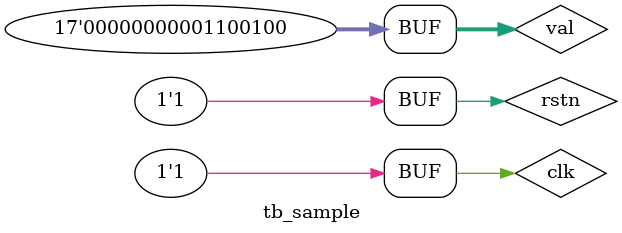
<source format=v>
`timescale 1ns / 1ps

module tb_sample;

reg clk;
reg rstn;
reg [16:0]val;

wire [15:0] sampled_val;
wire sample;

always begin
    clk <= 0;
    #(10);
    clk <= 1;
    #(10);
end

initial begin
    rstn <= 0;
    #(22);
    rstn <= 1;
    val <= 100;
end

sampleIP_0 dut(
    .clk(clk),
    .rstn(rstn),
    .val(val),
    
    .sampled_val(sampled_val),
    .sample(sample));


endmodule

</source>
